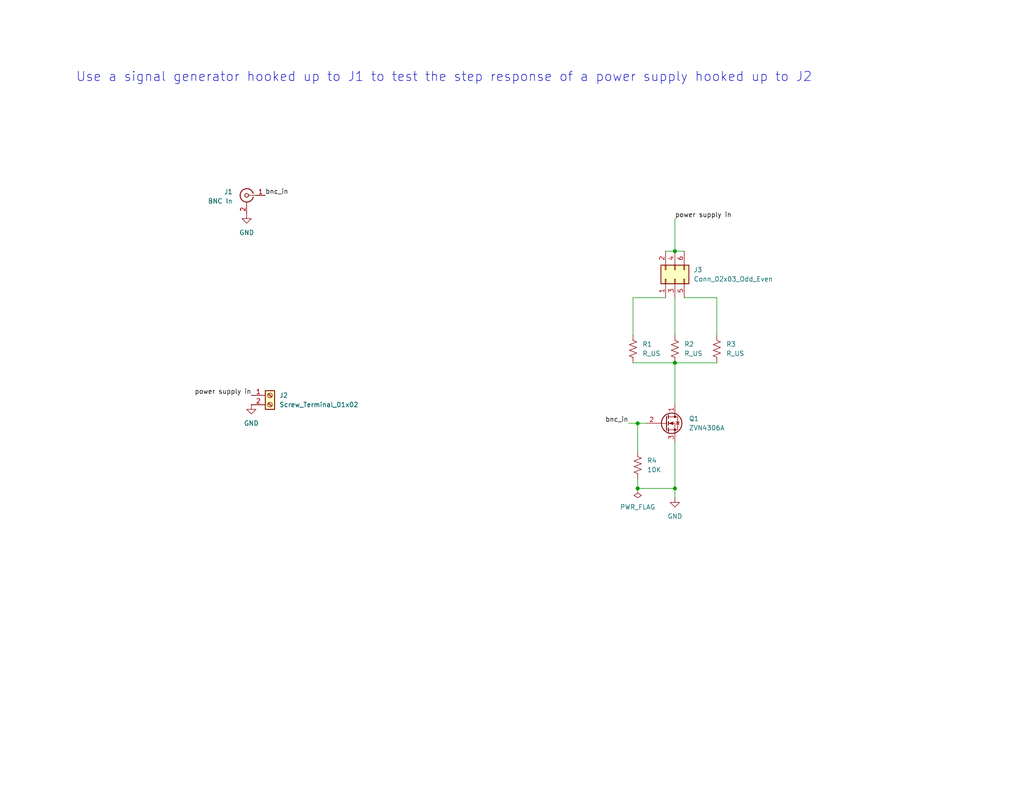
<source format=kicad_sch>
(kicad_sch (version 20231120) (generator "eeschema") (generator_version "8.0")
  (paper "USLetter")
  (title_block (title "Transient Load") (date "2024-04-02") (company "HugonLabs") (comment 1 "For transient testing power supplies"))
  (lib_symbols
    (symbol "Connector:Conn_Coaxial" (pin_names (offset 1.016) hide)
      (property "Reference" "J" (at 0.254 3.048 0))
      (property "Value" "Conn_Coaxial" (at 2.921 0 90))
      (symbol "Conn_Coaxial_0_1"
        (arc (start -1.778 -0.508) (mid 0.2311 -1.8066) (end 1.778 0) (stroke (width 0.254)))
        (polyline (pts (xy -2.54 0) (xy -0.508 0)))
        (polyline (pts (xy 0 -2.54) (xy 0 -1.778)))
        (circle (center 0 0) (radius 0.508) (stroke (width 0.2032)))
        (arc (start 1.778 0) (mid 0.2099 1.8101) (end -1.778 0.508) (stroke (width 0.254)))
      )
      (symbol "Conn_Coaxial_1_1"
        (pin passive line (at -5.08 0 0) (length 2.54) (name "In") (number "1"))
        (pin passive line (at 0 -5.08 90) (length 2.54) (name "Ext") (number "2"))
      )
    )
    (symbol "Connector:Screw_Terminal_01x02" (pin_names (offset 1.016) hide)
      (property "Reference" "J" (at 0 2.54 0))
      (property "Value" "Screw_Terminal_01x02" (at 0 -5.08 0))
      (symbol "Screw_Terminal_01x02_1_1"
        (rectangle (start -1.27 1.27) (end 1.27 -3.81) (stroke (width 0.254)) (fill (type background)))
        (circle (center 0 -2.54) (radius 0.635) (stroke (width 0.1524)))
        (polyline (pts (xy -0.5334 -2.2098) (xy 0.3302 -3.048)) (stroke (width 0.1524)))
        (polyline (pts (xy -0.5334 0.3302) (xy 0.3302 -0.508)) (stroke (width 0.1524)))
        (polyline (pts (xy -0.3556 -2.032) (xy 0.508 -2.8702)) (stroke (width 0.1524)))
        (polyline (pts (xy -0.3556 0.508) (xy 0.508 -0.3302)) (stroke (width 0.1524)))
        (circle (center 0 0) (radius 0.635) (stroke (width 0.1524)))
        (pin passive line (at -5.08 0 0) (length 3.81) (name "Pin_1") (number "1"))
        (pin passive line (at -5.08 -2.54 0) (length 3.81) (name "Pin_2") (number "2"))
      )
    )
    (symbol "Connector_Generic:Conn_02x03_Odd_Even" (pin_names (offset 1.016) hide)
      (property "Reference" "J" (at 1.27 5.08 0))
      (property "Value" "Conn_02x03_Odd_Even" (at 1.27 -5.08 0))
      (symbol "Conn_02x03_Odd_Even_1_1"
        (rectangle (start -1.27 -2.413) (end 0 -2.667) (stroke (width 0.1524)))
        (rectangle (start -1.27 0.127) (end 0 -0.127) (stroke (width 0.1524)))
        (rectangle (start -1.27 2.667) (end 0 2.413) (stroke (width 0.1524)))
        (rectangle (start -1.27 3.81) (end 3.81 -3.81) (stroke (width 0.254)) (fill (type background)))
        (rectangle (start 3.81 -2.413) (end 2.54 -2.667) (stroke (width 0.1524)))
        (rectangle (start 3.81 0.127) (end 2.54 -0.127) (stroke (width 0.1524)))
        (rectangle (start 3.81 2.667) (end 2.54 2.413) (stroke (width 0.1524)))
        (pin passive line (at -5.08 2.54 0) (length 3.81) (name "Pin_1") (number "1"))
        (pin passive line (at 7.62 2.54 180) (length 3.81) (name "Pin_2") (number "2"))
        (pin passive line (at -5.08 0 0) (length 3.81) (name "Pin_3") (number "3"))
        (pin passive line (at 7.62 0 180) (length 3.81) (name "Pin_4") (number "4"))
        (pin passive line (at -5.08 -2.54 0) (length 3.81) (name "Pin_5") (number "5"))
        (pin passive line (at 7.62 -2.54 180) (length 3.81) (name "Pin_6") (number "6"))
      )
    )
    (symbol "Device:Q_NMOS_DGS" (pin_names (offset 0) hide)
      (property "Reference" "Q" (at 5.08 1.27 0))
      (property "Value" "Q_NMOS_DGS" (at 5.08 -1.27 0))
      (symbol "Q_NMOS_DGS_0_1"
        (polyline (pts (xy 0.254 0) (xy -2.54 0)))
        (polyline (pts (xy 0.254 1.905) (xy 0.254 -1.905)) (stroke (width 0.254)))
        (polyline (pts (xy 0.762 -1.27) (xy 0.762 -2.286)) (stroke (width 0.254)))
        (polyline (pts (xy 0.762 0.508) (xy 0.762 -0.508)) (stroke (width 0.254)))
        (polyline (pts (xy 0.762 2.286) (xy 0.762 1.27)) (stroke (width 0.254)))
        (polyline (pts (xy 2.54 2.54) (xy 2.54 1.778)))
        (polyline (pts (xy 2.54 -2.54) (xy 2.54 0) (xy 0.762 0)))
        (polyline (pts (xy 0.762 -1.778) (xy 3.302 -1.778) (xy 3.302 1.778) (xy 0.762 1.778)))
        (polyline (pts (xy 1.016 0) (xy 2.032 0.381) (xy 2.032 -0.381) (xy 1.016 0)) (fill (type outline)))
        (polyline (pts (xy 2.794 0.508) (xy 2.921 0.381) (xy 3.683 0.381) (xy 3.81 0.254)))
        (polyline (pts (xy 3.302 0.381) (xy 2.921 -0.254) (xy 3.683 -0.254) (xy 3.302 0.381)))
        (circle (center 1.651 0) (radius 2.794) (stroke (width 0.254)))
        (circle (center 2.54 -1.778) (radius 0.254) (fill (type outline)))
        (circle (center 2.54 1.778) (radius 0.254) (fill (type outline)))
      )
      (symbol "Q_NMOS_DGS_1_1"
        (pin passive line (at 2.54 5.08 270) (length 2.54) (name "D") (number "1"))
        (pin input line (at -5.08 0 0) (length 2.54) (name "G") (number "2"))
        (pin passive line (at 2.54 -5.08 90) (length 2.54) (name "S") (number "3"))
      )
    )
    (symbol "Device:R_US" (pin_numbers hide) (pin_names (offset 0))
      (property "Reference" "R" (at 2.54 0 90))
      (property "Value" "R_US" (at -2.54 0 90))
      (symbol "R_US_0_1"
        (polyline (pts (xy 0 -2.286) (xy 0 -2.54)))
        (polyline (pts (xy 0 2.286) (xy 0 2.54)))
        (polyline (pts (xy 0 -0.762) (xy 1.016 -1.143) (xy 0 -1.524) (xy -1.016 -1.905) (xy 0 -2.286)))
        (polyline (pts (xy 0 0.762) (xy 1.016 0.381) (xy 0 0) (xy -1.016 -0.381) (xy 0 -0.762)))
        (polyline (pts (xy 0 2.286) (xy 1.016 1.905) (xy 0 1.524) (xy -1.016 1.143) (xy 0 0.762)))
      )
      (symbol "R_US_1_1"
        (pin passive line (at 0 3.81 270) (length 1.27) (name "~") (number "1"))
        (pin passive line (at 0 -3.81 90) (length 1.27) (name "~") (number "2"))
      )
    )
    (symbol "power:GND" (power) (pin_numbers hide) (pin_names (offset 0) hide)
      (property "Value" "GND" (at 0 -3.81 0))
      (symbol "GND_0_1"
        (polyline (pts (xy 0 0) (xy 0 -1.27) (xy 1.27 -1.27) (xy 0 -2.54) (xy -1.27 -1.27) (xy 0 -1.27)))
      )
      (symbol "GND_1_1"
        (pin power_in line (at 0 0 270) (length 0) (name "~") (number "1"))
      )
    )
    (symbol "power:PWR_FLAG" (power) (pin_numbers hide) (pin_names (offset 0) hide)
      (property "Value" "PWR_FLAG" (at 0 3.81 0))
      (symbol "PWR_FLAG_0_0"
        (pin power_out line (at 0 0 90) (length 0) (name "~") (number "1"))
      )
      (symbol "PWR_FLAG_0_1"
        (polyline (pts (xy 0 0) (xy 0 1.27) (xy -1.016 1.905) (xy 0 2.54) (xy 1.016 1.905) (xy 0 1.27)))
      )
    )
  )
  (junction (at 184.15 133.35))
  (junction (at 173.99 133.35))
  (junction (at 173.99 115.57))
  (junction (at 184.15 68.58))
  (junction (at 184.15 99.06))
  (wire (pts (xy 181.61 68.58) (xy 184.15 68.58)))
  (wire (pts (xy 184.15 133.35) (xy 184.15 135.89)))
  (wire (pts (xy 173.99 133.35) (xy 184.15 133.35)))
  (wire (pts (xy 184.15 59.69) (xy 184.15 68.58)))
  (wire (pts (xy 171.45 115.57) (xy 173.99 115.57)))
  (wire (pts (xy 173.99 130.81) (xy 173.99 133.35)))
  (wire (pts (xy 172.72 81.28) (xy 181.61 81.28)))
  (wire (pts (xy 186.69 81.28) (xy 195.58 81.28)))
  (wire (pts (xy 184.15 99.06) (xy 184.15 110.49)))
  (wire (pts (xy 195.58 81.28) (xy 195.58 91.44)))
  (wire (pts (xy 172.72 91.44) (xy 172.72 81.28)))
  (wire (pts (xy 173.99 115.57) (xy 176.53 115.57)))
  (wire (pts (xy 184.15 120.65) (xy 184.15 133.35)))
  (wire (pts (xy 184.15 68.58) (xy 186.69 68.58)))
  (wire (pts (xy 184.15 99.06) (xy 195.58 99.06)))
  (wire (pts (xy 173.99 115.57) (xy 173.99 123.19)))
  (wire (pts (xy 172.72 99.06) (xy 184.15 99.06)))
  (wire (pts (xy 184.15 81.28) (xy 184.15 91.44)))
  (text "Use a signal generator hooked up to J1 to test the step response of a power supply hooked up to J2" (at 121.158 21.082 0) (effects (font (size 2.54 2.54))))
  (label "bnc_in" (at 171.45 115.57 180))
  (label "bnc_in" (at 72.39 53.34 0))
  (label "power supply in" (at 68.58 107.95 180))
  (label "power supply in" (at 184.15 59.69 0))
  (symbol (lib_id "power:GND") (at 184.15 135.89 0) (unit 1)
    (property "Reference" "#PWR03" (effects (hide yes)))
    (property "Value" "GND" (at 184.15 140.97 0))
    (property "Description" "Power symbol creates a global label with name \"GND\" , ground" (effects (hide yes)))
  )
  (symbol (lib_id "Connector:Conn_Coaxial") (at 67.31 53.34 0) (mirror y) (unit 1)
    (property "Reference" "J1" (at 63.5 52.3631 0) (effects (justify left)))
    (property "Value" "BNC In" (at 63.5 54.9031 0) (effects (justify left)))
    (property "Datasheet" " ~" (effects (hide yes)))
    (property "Description" "coaxial connector (BNC, SMA, SMB, SMC, Cinch/RCA, LEMO, ...)" (effects (hide yes)))
    (property "MFR" "TE Connectivity" (effects (hide yes)))
    (property "MFR Part No" "1-1337445-0" (effects (hide yes)))
  )
  (symbol (lib_id "Device:R_US") (at 195.58 95.25 0) (unit 1)
    (property "Reference" "R3" (at 198.12 93.9799 0) (effects (justify left)))
    (property "Value" "R_US" (at 198.12 96.5199 0) (effects (justify left)))
    (property "Description" "Resistor, US symbol" (effects (hide yes)))
  )
  (symbol (lib_id "Device:R_US") (at 172.72 95.25 0) (unit 1)
    (property "Reference" "R1" (at 175.26 93.9799 0) (effects (justify left)))
    (property "Value" "R_US" (at 175.26 96.5199 0) (effects (justify left)))
    (property "Description" "Resistor, US symbol" (effects (hide yes)))
  )
  (symbol (lib_id "power:GND") (at 68.58 110.49 0) (unit 1)
    (property "Reference" "#PWR02" (effects (hide yes)))
    (property "Value" "GND" (at 68.58 115.57 0))
    (property "Description" "Power symbol creates a global label with name \"GND\" , ground" (effects (hide yes)))
  )
  (symbol (lib_id "Connector_Generic:Conn_02x03_Odd_Even") (at 184.15 76.2 90) (unit 1)
    (property "Reference" "J3" (at 189.23 73.6599 90) (effects (justify right)))
    (property "Value" "Conn_02x03_Odd_Even" (at 189.23 76.1999 90) (effects (justify right)))
    (property "Description" "Generic connector, double row, 02x03, odd/even pin numbering scheme (row 1 odd numbers, row 2 even numbers), script generated (kicad-library-utils/schlib/autogen/connector/)" (effects (hide yes)))
  )
  (symbol (lib_id "Connector:Screw_Terminal_01x02") (at 73.66 107.95 0) (unit 1)
    (property "Reference" "J2" (at 76.2 107.9499 0) (effects (justify left)))
    (property "Value" "Screw_Terminal_01x02" (at 76.2 110.4899 0) (effects (justify left)))
    (property "Description" "Generic screw terminal, single row, 01x02, script generated (kicad-library-utils/schlib/autogen/connector/)" (effects (hide yes)))
  )
  (symbol (lib_id "power:PWR_FLAG") (at 173.99 133.35 180) (unit 1)
    (property "Reference" "#FLG01" (effects (hide yes)))
    (property "Value" "PWR_FLAG" (at 173.99 138.43 0))
    (property "Description" "Special symbol for telling ERC where power comes from" (effects (hide yes)))
  )
  (symbol (lib_id "Device:R_US") (at 184.15 95.25 0) (unit 1)
    (property "Reference" "R2" (at 186.69 93.9799 0) (effects (justify left)))
    (property "Value" "R_US" (at 186.69 96.5199 0) (effects (justify left)))
    (property "Description" "Resistor, US symbol" (effects (hide yes)))
  )
  (symbol (lib_id "Device:R_US") (at 173.99 127 180) (unit 1)
    (property "Reference" "R4" (at 176.53 125.7299 0) (effects (justify right)))
    (property "Value" "10K" (at 176.53 128.2699 0) (effects (justify right)))
    (property "Description" "Resistor, US symbol" (effects (hide yes)))
  )
  (symbol (lib_id "Device:Q_NMOS_DGS") (at 181.61 115.57 0) (unit 1)
    (property "Reference" "Q1" (at 187.96 114.2999 0) (effects (justify left)))
    (property "Value" "ZVN4306A" (at 187.96 116.8399 0) (effects (justify left)))
    (property "Footprint" "Package_TO_SOT_THT:TO-92_Inline" (effects (hide yes)))
    (property "Description" "N-MOSFET transistor, drain/gate/source" (effects (hide yes)))
    (property "MFR" "Diodes Inc" (effects (hide yes)))
    (property "MFR Part No" "ZVN4306A" (effects (hide yes)))
  )
  (symbol (lib_id "power:GND") (at 67.31 58.42 0) (unit 1)
    (property "Reference" "#PWR01" (effects (hide yes)))
    (property "Value" "GND" (at 67.31 63.5 0))
    (property "Description" "Power symbol creates a global label with name \"GND\" , ground" (effects (hide yes)))
  )
)
</source>
